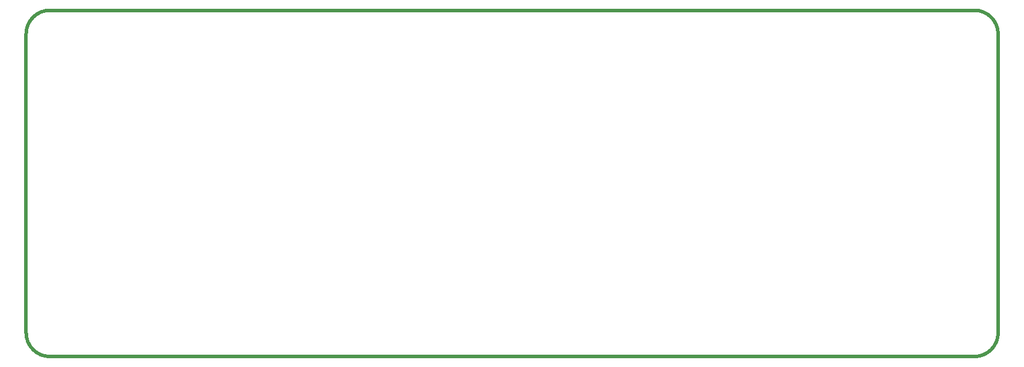
<source format=gm1>
G04*
G04 #@! TF.GenerationSoftware,Altium Limited,Altium Designer,22.11.1 (43)*
G04*
G04 Layer_Color=16711935*
%FSLAX44Y44*%
%MOMM*%
G71*
G04*
G04 #@! TF.SameCoordinates,096F9F2E-17F2-48AE-9279-630666160F90*
G04*
G04*
G04 #@! TF.FilePolarity,Positive*
G04*
G01*
G75*
%ADD15C,0.5000*%
D15*
X1365858D02*
G03*
X1400000Y34142I0J34142D01*
G01*
Y465858D02*
G03*
X1365858Y500000I-34142J0D01*
G01*
X34142D02*
G03*
X0Y465858I0J-34142D01*
G01*
Y34142D02*
G03*
X34142Y0I34142J0D01*
G01*
X1400000Y34142D02*
Y465858D01*
X34142Y500000D02*
X1365858D01*
X0Y34142D02*
Y465858D01*
X34142Y0D02*
X1365858D01*
M02*

</source>
